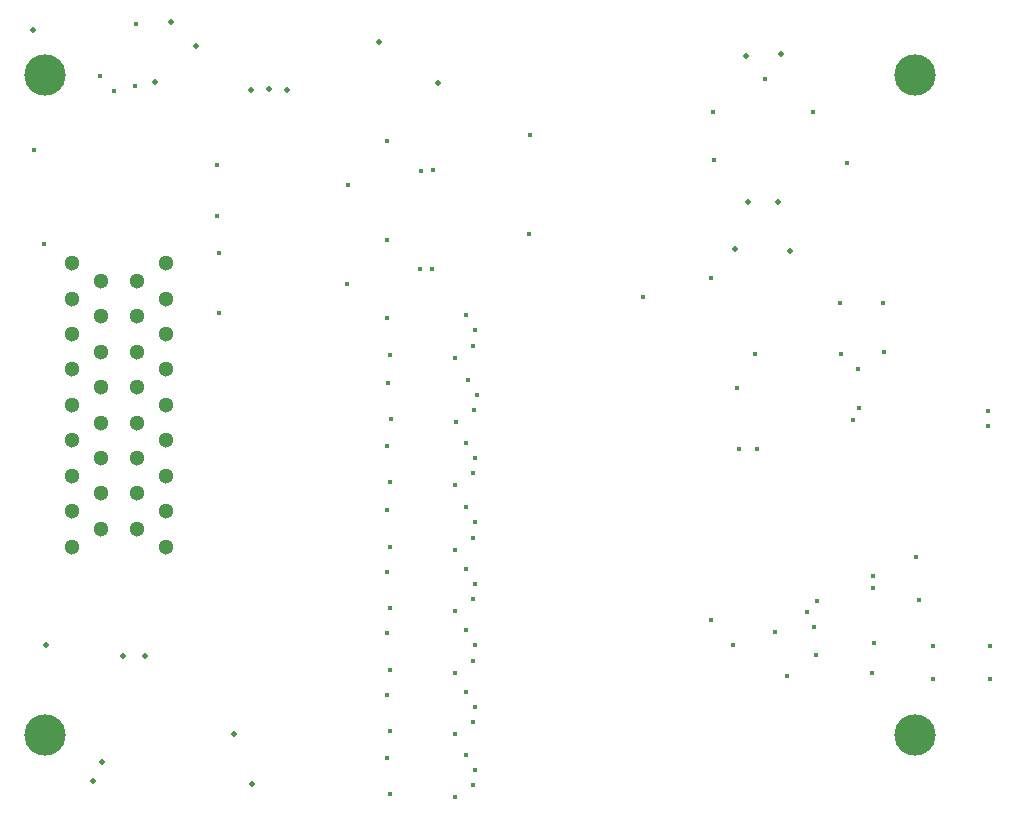
<source format=gbr>
%TF.GenerationSoftware,Altium Limited,Altium Designer,19.0.10 (269)*%
G04 Layer_Color=0*
%FSLAX26Y26*%
%MOIN*%
%TF.FileFunction,Plated,1,4,PTH,Drill*%
%TF.Part,Single*%
G01*
G75*
%TA.AperFunction,OtherDrill,Pad Free-1 (300mil,300mil)*%
%ADD96C,0.137795*%
%TA.AperFunction,OtherDrill,Pad Free-1 (300mil,2500mil)*%
%ADD97C,0.137795*%
%TA.AperFunction,OtherDrill,Pad Free-1 (3200mil,300mil)*%
%ADD98C,0.137795*%
%TA.AperFunction,OtherDrill,Pad Free-1 (3200mil,2500mil)*%
%ADD99C,0.137795*%
%TA.AperFunction,ComponentDrill*%
%ADD100C,0.051181*%
%TA.AperFunction,ViaDrill,NotFilled*%
%ADD101C,0.015000*%
%ADD102C,0.020000*%
D96*
X300000Y300000D02*
D03*
D97*
Y2500000D02*
D03*
D98*
X3200000Y300000D02*
D03*
D99*
Y2500000D02*
D03*
D100*
X488425Y1695276D02*
D03*
Y1813386D02*
D03*
Y986614D02*
D03*
X606535D02*
D03*
X390000Y1872441D02*
D03*
Y1754331D02*
D03*
Y1636220D02*
D03*
Y1518110D02*
D03*
Y1400000D02*
D03*
Y1281890D02*
D03*
Y1163780D02*
D03*
Y1045669D02*
D03*
Y927559D02*
D03*
X488425Y1577165D02*
D03*
Y1459055D02*
D03*
Y1340945D02*
D03*
Y1222835D02*
D03*
Y1104724D02*
D03*
X606535Y1813386D02*
D03*
Y1695276D02*
D03*
Y1577165D02*
D03*
Y1459055D02*
D03*
Y1340945D02*
D03*
Y1222835D02*
D03*
Y1104724D02*
D03*
X704961Y1872441D02*
D03*
Y1754331D02*
D03*
Y1636220D02*
D03*
Y1518110D02*
D03*
Y1400000D02*
D03*
Y1281890D02*
D03*
Y1163780D02*
D03*
Y1045669D02*
D03*
Y927559D02*
D03*
D101*
X297603Y1937224D02*
D03*
X3445000Y1330000D02*
D03*
Y1380787D02*
D03*
X2675000Y1252835D02*
D03*
X2615098Y1251929D02*
D03*
X3096457Y1575740D02*
D03*
X2775000Y495000D02*
D03*
X2975000Y2205000D02*
D03*
X2530000Y2215736D02*
D03*
X2700000Y2485000D02*
D03*
X875000Y2200000D02*
D03*
Y2031074D02*
D03*
X880000Y1905000D02*
D03*
Y1707747D02*
D03*
X1552769Y2180224D02*
D03*
X1311108Y2133059D02*
D03*
X1917688Y2298559D02*
D03*
X1441322Y2279319D02*
D03*
X1915218Y1970000D02*
D03*
X1593593Y2182153D02*
D03*
X1440000Y1689361D02*
D03*
X1450000Y1567594D02*
D03*
X1705000Y1699361D02*
D03*
X1665513Y1557122D02*
D03*
X1734692Y1649367D02*
D03*
X1725513Y1597052D02*
D03*
X1445000Y1474361D02*
D03*
X1455000Y1352594D02*
D03*
X1710000Y1484361D02*
D03*
X1670513Y1342122D02*
D03*
X1739692Y1434367D02*
D03*
X1730513Y1382052D02*
D03*
X1440000Y1264361D02*
D03*
X1450000Y1142594D02*
D03*
X1705000Y1274361D02*
D03*
X1665513Y1132122D02*
D03*
X1734692Y1224367D02*
D03*
X1725513Y1172052D02*
D03*
X1440000Y1049361D02*
D03*
X1450000Y927594D02*
D03*
X1705000Y1059361D02*
D03*
X1665513Y917122D02*
D03*
X1734692Y1009367D02*
D03*
X1725513Y957052D02*
D03*
X1440000Y844361D02*
D03*
X1450000Y722594D02*
D03*
X1705000Y854361D02*
D03*
X1665513Y712122D02*
D03*
X1734692Y804367D02*
D03*
X1725513Y752052D02*
D03*
X1440000Y639361D02*
D03*
X1450000Y517594D02*
D03*
X1705000Y649361D02*
D03*
X1665513Y507122D02*
D03*
X1734692Y599367D02*
D03*
X1725513Y547052D02*
D03*
X1440000Y434361D02*
D03*
X1450000Y312594D02*
D03*
X1705000Y444361D02*
D03*
X1665513Y302122D02*
D03*
X1734692Y394367D02*
D03*
X1725513Y342052D02*
D03*
X604353Y2670508D02*
D03*
X530000Y2445000D02*
D03*
X2519221Y683264D02*
D03*
X2607486Y1455351D02*
D03*
X265000Y2248006D02*
D03*
X2870412Y566448D02*
D03*
X2735000Y641457D02*
D03*
X2865000Y658228D02*
D03*
X2875000Y746385D02*
D03*
X3205000Y892360D02*
D03*
X1308638Y1804500D02*
D03*
X1550299Y1851665D02*
D03*
X600305Y2461925D02*
D03*
X1438852Y1950759D02*
D03*
X2295000Y1759966D02*
D03*
X2519221Y1823969D02*
D03*
X3056059Y507911D02*
D03*
X3065000Y606025D02*
D03*
X3260000Y595509D02*
D03*
Y485768D02*
D03*
X3450000Y486257D02*
D03*
Y595000D02*
D03*
X2595000Y598225D02*
D03*
X482323Y2495000D02*
D03*
X1734692Y184367D02*
D03*
X3094646Y1740827D02*
D03*
X2951512D02*
D03*
X1705000Y234361D02*
D03*
X1450000Y102594D02*
D03*
X1440000Y224361D02*
D03*
X1665513Y92122D02*
D03*
X1725513Y132052D02*
D03*
X3215000Y750397D02*
D03*
X2839606Y708901D02*
D03*
X2666542Y1568775D02*
D03*
X3011967Y1520472D02*
D03*
X3013701Y1390472D02*
D03*
X2953228Y1570472D02*
D03*
X2993228Y1350472D02*
D03*
X1591124Y1853594D02*
D03*
X3061471Y828023D02*
D03*
Y788023D02*
D03*
X2526657Y2375163D02*
D03*
X2861657D02*
D03*
D102*
X2637014Y2561829D02*
D03*
X2755000Y2570000D02*
D03*
X2642919Y2075000D02*
D03*
X2744727Y2076266D02*
D03*
X2784652Y1913701D02*
D03*
X2600000Y1920000D02*
D03*
X1611104Y2473445D02*
D03*
X305000Y600000D02*
D03*
X990000Y137126D02*
D03*
X930000Y302122D02*
D03*
X460000Y145000D02*
D03*
X490000Y210941D02*
D03*
X560000Y564457D02*
D03*
X635000D02*
D03*
X1413852Y2610000D02*
D03*
X720000Y2675000D02*
D03*
X805000Y2597397D02*
D03*
X667912Y2475000D02*
D03*
X260000Y2649212D02*
D03*
X1107776Y2448661D02*
D03*
X1047776Y2453661D02*
D03*
X987776Y2448661D02*
D03*
%TF.MD5,38ba6bd6df61fadccfd65d6840b63ee7*%
M02*

</source>
